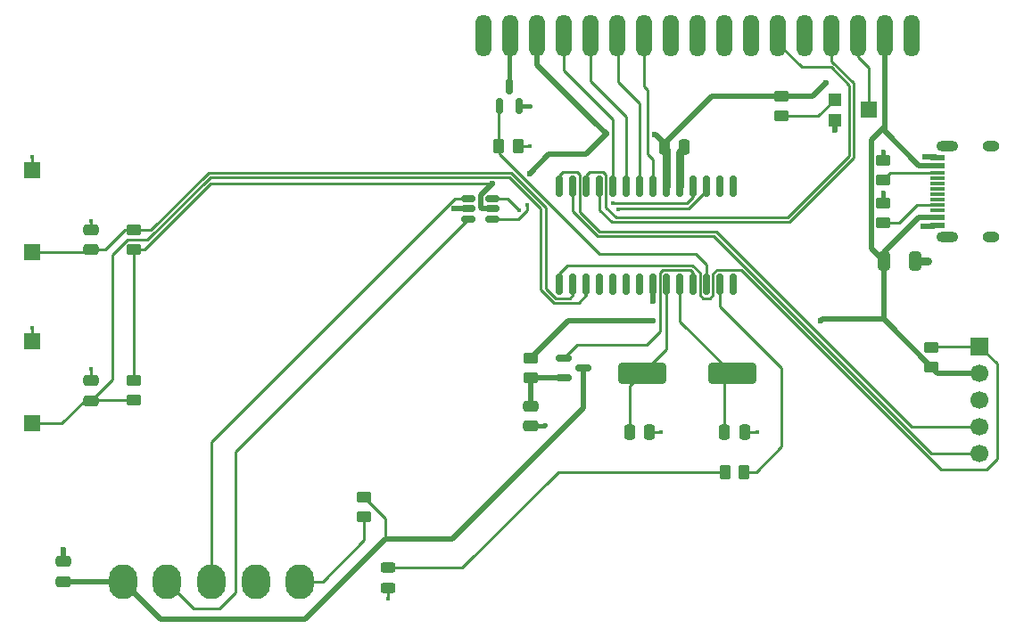
<source format=gtl>
G04 #@! TF.GenerationSoftware,KiCad,Pcbnew,9.0.2*
G04 #@! TF.CreationDate,2025-07-11T13:16:32+02:00*
G04 #@! TF.ProjectId,TeslaBMBCheck,5465736c-6142-44d4-9243-6865636b2e6b,1.0*
G04 #@! TF.SameCoordinates,Original*
G04 #@! TF.FileFunction,Copper,L1,Top*
G04 #@! TF.FilePolarity,Positive*
%FSLAX46Y46*%
G04 Gerber Fmt 4.6, Leading zero omitted, Abs format (unit mm)*
G04 Created by KiCad (PCBNEW 9.0.2) date 2025-07-11 13:16:32*
%MOMM*%
%LPD*%
G01*
G04 APERTURE LIST*
G04 Aperture macros list*
%AMRoundRect*
0 Rectangle with rounded corners*
0 $1 Rounding radius*
0 $2 $3 $4 $5 $6 $7 $8 $9 X,Y pos of 4 corners*
0 Add a 4 corners polygon primitive as box body*
4,1,4,$2,$3,$4,$5,$6,$7,$8,$9,$2,$3,0*
0 Add four circle primitives for the rounded corners*
1,1,$1+$1,$2,$3*
1,1,$1+$1,$4,$5*
1,1,$1+$1,$6,$7*
1,1,$1+$1,$8,$9*
0 Add four rect primitives between the rounded corners*
20,1,$1+$1,$2,$3,$4,$5,0*
20,1,$1+$1,$4,$5,$6,$7,0*
20,1,$1+$1,$6,$7,$8,$9,0*
20,1,$1+$1,$8,$9,$2,$3,0*%
G04 Aperture macros list end*
G04 #@! TA.AperFunction,SMDPad,CuDef*
%ADD10RoundRect,0.150000X0.150000X-0.587500X0.150000X0.587500X-0.150000X0.587500X-0.150000X-0.587500X0*%
G04 #@! TD*
G04 #@! TA.AperFunction,SMDPad,CuDef*
%ADD11RoundRect,0.250000X0.450000X-0.262500X0.450000X0.262500X-0.450000X0.262500X-0.450000X-0.262500X0*%
G04 #@! TD*
G04 #@! TA.AperFunction,SMDPad,CuDef*
%ADD12RoundRect,0.243750X0.456250X-0.243750X0.456250X0.243750X-0.456250X0.243750X-0.456250X-0.243750X0*%
G04 #@! TD*
G04 #@! TA.AperFunction,SMDPad,CuDef*
%ADD13RoundRect,0.250000X0.325000X0.650000X-0.325000X0.650000X-0.325000X-0.650000X0.325000X-0.650000X0*%
G04 #@! TD*
G04 #@! TA.AperFunction,SMDPad,CuDef*
%ADD14RoundRect,0.250000X-0.250000X-0.475000X0.250000X-0.475000X0.250000X0.475000X-0.250000X0.475000X0*%
G04 #@! TD*
G04 #@! TA.AperFunction,SMDPad,CuDef*
%ADD15RoundRect,0.250000X0.475000X-0.250000X0.475000X0.250000X-0.475000X0.250000X-0.475000X-0.250000X0*%
G04 #@! TD*
G04 #@! TA.AperFunction,SMDPad,CuDef*
%ADD16RoundRect,0.250000X-0.262500X-0.450000X0.262500X-0.450000X0.262500X0.450000X-0.262500X0.450000X0*%
G04 #@! TD*
G04 #@! TA.AperFunction,SMDPad,CuDef*
%ADD17RoundRect,0.150000X-0.587500X-0.150000X0.587500X-0.150000X0.587500X0.150000X-0.587500X0.150000X0*%
G04 #@! TD*
G04 #@! TA.AperFunction,SMDPad,CuDef*
%ADD18RoundRect,0.250000X-2.000000X-0.750000X2.000000X-0.750000X2.000000X0.750000X-2.000000X0.750000X0*%
G04 #@! TD*
G04 #@! TA.AperFunction,SMDPad,CuDef*
%ADD19RoundRect,0.250000X0.262500X0.450000X-0.262500X0.450000X-0.262500X-0.450000X0.262500X-0.450000X0*%
G04 #@! TD*
G04 #@! TA.AperFunction,SMDPad,CuDef*
%ADD20RoundRect,0.250000X-0.450000X0.262500X-0.450000X-0.262500X0.450000X-0.262500X0.450000X0.262500X0*%
G04 #@! TD*
G04 #@! TA.AperFunction,SMDPad,CuDef*
%ADD21R,1.500000X1.500000*%
G04 #@! TD*
G04 #@! TA.AperFunction,SMDPad,CuDef*
%ADD22RoundRect,0.150000X-0.512500X-0.150000X0.512500X-0.150000X0.512500X0.150000X-0.512500X0.150000X0*%
G04 #@! TD*
G04 #@! TA.AperFunction,ComponentPad*
%ADD23O,2.700000X3.300000*%
G04 #@! TD*
G04 #@! TA.AperFunction,SMDPad,CuDef*
%ADD24R,1.200000X1.200000*%
G04 #@! TD*
G04 #@! TA.AperFunction,SMDPad,CuDef*
%ADD25R,1.500000X1.600000*%
G04 #@! TD*
G04 #@! TA.AperFunction,SMDPad,CuDef*
%ADD26RoundRect,0.250000X-0.475000X0.250000X-0.475000X-0.250000X0.475000X-0.250000X0.475000X0.250000X0*%
G04 #@! TD*
G04 #@! TA.AperFunction,ComponentPad*
%ADD27R,1.700000X1.700000*%
G04 #@! TD*
G04 #@! TA.AperFunction,ComponentPad*
%ADD28C,1.700000*%
G04 #@! TD*
G04 #@! TA.AperFunction,SMDPad,CuDef*
%ADD29RoundRect,0.150000X0.150000X-0.875000X0.150000X0.875000X-0.150000X0.875000X-0.150000X-0.875000X0*%
G04 #@! TD*
G04 #@! TA.AperFunction,SMDPad,CuDef*
%ADD30R,1.450000X0.600000*%
G04 #@! TD*
G04 #@! TA.AperFunction,SMDPad,CuDef*
%ADD31R,1.450000X0.300000*%
G04 #@! TD*
G04 #@! TA.AperFunction,ComponentPad*
%ADD32O,2.100000X1.000000*%
G04 #@! TD*
G04 #@! TA.AperFunction,ComponentPad*
%ADD33O,1.600000X1.000000*%
G04 #@! TD*
G04 #@! TA.AperFunction,SMDPad,CuDef*
%ADD34O,1.501140X4.000500*%
G04 #@! TD*
G04 #@! TA.AperFunction,ComponentPad*
%ADD35O,1.501140X4.000500*%
G04 #@! TD*
G04 #@! TA.AperFunction,ViaPad*
%ADD36C,0.450000*%
G04 #@! TD*
G04 #@! TA.AperFunction,ViaPad*
%ADD37C,0.600000*%
G04 #@! TD*
G04 #@! TA.AperFunction,Conductor*
%ADD38C,0.500000*%
G04 #@! TD*
G04 #@! TA.AperFunction,Conductor*
%ADD39C,0.400000*%
G04 #@! TD*
G04 #@! TA.AperFunction,Conductor*
%ADD40C,0.250000*%
G04 #@! TD*
G04 #@! TA.AperFunction,Conductor*
%ADD41C,0.800000*%
G04 #@! TD*
G04 APERTURE END LIST*
D10*
X125100000Y-56896000D03*
X127000000Y-56896000D03*
X126050000Y-55021000D03*
D11*
X166116000Y-81684500D03*
X166116000Y-79859500D03*
D12*
X114503200Y-102662200D03*
X114503200Y-100787200D03*
D13*
X164543000Y-71628000D03*
X161593000Y-71628000D03*
D11*
X161544000Y-67968500D03*
X161544000Y-66143500D03*
D14*
X140782000Y-60833000D03*
X142682000Y-60833000D03*
D11*
X151892000Y-57808500D03*
X151892000Y-55983500D03*
D15*
X86360000Y-70526000D03*
X86360000Y-68626000D03*
D11*
X128094500Y-82700500D03*
X128094500Y-80875500D03*
D14*
X146490000Y-87884000D03*
X148390000Y-87884000D03*
D16*
X125071500Y-60706000D03*
X126896500Y-60706000D03*
D17*
X131221000Y-80838000D03*
X131221000Y-82738000D03*
X133096000Y-81788000D03*
D18*
X138684000Y-82296000D03*
X147184000Y-82296000D03*
D19*
X148359500Y-91694000D03*
X146534500Y-91694000D03*
D15*
X86360000Y-84897000D03*
X86360000Y-82997000D03*
D20*
X112268000Y-94083500D03*
X112268000Y-95908500D03*
D11*
X161544000Y-63904500D03*
X161544000Y-62079500D03*
X90424000Y-84836000D03*
X90424000Y-83011000D03*
D21*
X80772000Y-87048000D03*
X80772000Y-79248000D03*
D22*
X122179500Y-65725000D03*
X122179500Y-66675000D03*
X122179500Y-67625000D03*
X124454500Y-67625000D03*
X124454500Y-66675000D03*
X124454500Y-65725000D03*
D23*
X89372000Y-102108000D03*
X93572000Y-102108000D03*
X97772000Y-102108000D03*
X101972000Y-102108000D03*
X106172000Y-102108000D03*
D24*
X156918000Y-56270000D03*
D25*
X160168000Y-57270000D03*
D24*
X156918000Y-58270000D03*
D14*
X137478000Y-87884000D03*
X139378000Y-87884000D03*
D20*
X90424000Y-68683500D03*
X90424000Y-70508500D03*
D21*
X80772000Y-70792000D03*
X80772000Y-62992000D03*
D26*
X128094500Y-85410000D03*
X128094500Y-87310000D03*
D15*
X83693000Y-102103000D03*
X83693000Y-100203000D03*
D27*
X170688000Y-79756000D03*
D28*
X170688000Y-82296000D03*
X170688000Y-84836000D03*
X170688000Y-87376000D03*
X170688000Y-89916000D03*
D29*
X130810000Y-73816000D03*
X132080000Y-73816000D03*
X133350000Y-73816000D03*
X134620000Y-73816000D03*
X135890000Y-73816000D03*
X137160000Y-73816000D03*
X138430000Y-73816000D03*
X139700000Y-73816000D03*
X140970000Y-73816000D03*
X142240000Y-73816000D03*
X143510000Y-73816000D03*
X144780000Y-73816000D03*
X146050000Y-73816000D03*
X147320000Y-73816000D03*
X147320000Y-64516000D03*
X146050000Y-64516000D03*
X144780000Y-64516000D03*
X143510000Y-64516000D03*
X142240000Y-64516000D03*
X140970000Y-64516000D03*
X139700000Y-64516000D03*
X138430000Y-64516000D03*
X137160000Y-64516000D03*
X135890000Y-64516000D03*
X134620000Y-64516000D03*
X133350000Y-64516000D03*
X132080000Y-64516000D03*
X130810000Y-64516000D03*
D30*
X166697000Y-68249000D03*
X166697000Y-67474000D03*
D31*
X166697000Y-66774000D03*
X166697000Y-66274000D03*
X166697000Y-65774000D03*
X166697000Y-65274000D03*
X166697000Y-64774000D03*
X166697000Y-64274000D03*
X166697000Y-63774000D03*
X166697000Y-63274000D03*
D30*
X166697000Y-62574000D03*
X166697000Y-61799000D03*
D32*
X167612000Y-69344000D03*
X167612000Y-69344000D03*
D33*
X171792000Y-69344000D03*
X171792000Y-69344000D03*
D32*
X167612000Y-60704000D03*
X167612000Y-60704000D03*
D33*
X171792000Y-60704000D03*
X171792000Y-60704000D03*
D34*
X123633800Y-50205860D03*
D35*
X164273800Y-50205860D03*
X161733800Y-50205860D03*
X159193800Y-50205860D03*
X156653800Y-50205860D03*
X154113800Y-50205860D03*
X151573800Y-50205860D03*
X149033800Y-50205860D03*
X146493800Y-50205860D03*
X143953800Y-50205860D03*
X141413800Y-50205860D03*
X138873800Y-50205860D03*
X136333800Y-50205860D03*
X133793800Y-50205860D03*
X131253800Y-50205860D03*
X128713800Y-50205860D03*
X126173800Y-50205860D03*
D36*
X161544000Y-61214000D03*
X114554000Y-103759000D03*
X86360000Y-81915000D03*
D37*
X120777000Y-66675000D03*
X83693000Y-99060000D03*
D36*
X80772000Y-61722000D03*
D37*
X165735000Y-71628000D03*
D36*
X129413000Y-87249000D03*
X128016000Y-60706000D03*
D37*
X142240000Y-62484000D03*
X165481000Y-61722000D03*
D36*
X149606000Y-87884000D03*
X161544000Y-65151000D03*
X128016000Y-56896000D03*
D37*
X156972000Y-59182000D03*
D36*
X140462000Y-87884000D03*
D37*
X165354000Y-68326000D03*
D36*
X86360000Y-67818000D03*
X80772000Y-77978000D03*
D37*
X139700000Y-75438000D03*
X155575000Y-77343000D03*
X161671000Y-54737000D03*
X135255000Y-59563000D03*
X139719000Y-77343000D03*
X124430450Y-64232450D03*
X127965200Y-63296800D03*
X139827000Y-59596000D03*
X156083000Y-54737000D03*
D36*
X135890000Y-66167000D03*
X127762000Y-66277000D03*
X136349621Y-66717000D03*
X127000000Y-66802000D03*
D38*
X156918000Y-58270000D02*
X156918000Y-59128000D01*
D39*
X161544000Y-62079500D02*
X161544000Y-61214000D01*
D38*
X156918000Y-59128000D02*
X156972000Y-59182000D01*
X165481000Y-61722000D02*
X166497000Y-61722000D01*
D40*
X80772000Y-62992000D02*
X80772000Y-61722000D01*
D38*
X166574000Y-61799000D02*
X166697000Y-61799000D01*
D40*
X114503200Y-103708200D02*
X114554000Y-103759000D01*
D38*
X122179500Y-66675000D02*
X120777000Y-66675000D01*
X166370000Y-68326000D02*
X166447000Y-68249000D01*
X165354000Y-68326000D02*
X166370000Y-68326000D01*
D39*
X161544000Y-66143500D02*
X161544000Y-65151000D01*
D40*
X114503200Y-102662200D02*
X114503200Y-103708200D01*
X148390000Y-87884000D02*
X149606000Y-87884000D01*
D39*
X127000000Y-56896000D02*
X128016000Y-56896000D01*
X128094500Y-87310000D02*
X129352000Y-87310000D01*
D38*
X166447000Y-68249000D02*
X166697000Y-68249000D01*
D40*
X80772000Y-79248000D02*
X80772000Y-77978000D01*
X86360000Y-82997000D02*
X86360000Y-81915000D01*
X139378000Y-87884000D02*
X140462000Y-87884000D01*
D38*
X83693000Y-100203000D02*
X83693000Y-99060000D01*
D40*
X86360000Y-68900000D02*
X86360000Y-67818000D01*
D38*
X166497000Y-61722000D02*
X166574000Y-61799000D01*
D41*
X142240000Y-61275000D02*
X142682000Y-60833000D01*
D40*
X128016000Y-60706000D02*
X126896500Y-60706000D01*
D41*
X164543000Y-71628000D02*
X165735000Y-71628000D01*
X142240000Y-62484000D02*
X142240000Y-61275000D01*
X142240000Y-64516000D02*
X142240000Y-62484000D01*
D39*
X129352000Y-87310000D02*
X129413000Y-87249000D01*
D38*
X139700000Y-75438000D02*
X139700000Y-73816000D01*
X161671000Y-58832654D02*
X161671000Y-54737000D01*
X124430450Y-64232450D02*
X123341000Y-65321900D01*
X131627000Y-77343000D02*
X139719000Y-77343000D01*
D41*
X140970000Y-61021000D02*
X140782000Y-60833000D01*
D38*
X160418000Y-60085654D02*
X160418000Y-70453000D01*
X155756500Y-77161500D02*
X155575000Y-77343000D01*
X164936000Y-67474000D02*
X161593000Y-70817000D01*
X170688000Y-82296000D02*
X166727500Y-82296000D01*
D40*
X128043700Y-80824700D02*
X128094500Y-80875500D01*
D38*
X139827000Y-59596000D02*
X139926000Y-59596000D01*
D40*
X90424000Y-83011000D02*
X90424000Y-70508500D01*
D38*
X123341000Y-66526100D02*
X123489900Y-66675000D01*
X134112000Y-58420000D02*
X135255000Y-59563000D01*
D40*
X97660004Y-64232450D02*
X124430450Y-64232450D01*
D38*
X166697000Y-67474000D02*
X164936000Y-67474000D01*
X145250500Y-55983500D02*
X140782000Y-60452000D01*
D39*
X161593000Y-71325000D02*
X161593000Y-71628000D01*
D38*
X151892000Y-55983500D02*
X154836500Y-55983500D01*
X129794000Y-61468000D02*
X127965200Y-63296800D01*
D40*
X90424000Y-70508500D02*
X91383955Y-70508500D01*
D38*
X128094500Y-80875500D02*
X131627000Y-77343000D01*
X123341000Y-65321900D02*
X123341000Y-66526100D01*
X151892000Y-55983500D02*
X145250500Y-55983500D01*
D40*
X91383955Y-70508500D02*
X97660004Y-64232450D01*
D38*
X161593000Y-77161500D02*
X155756500Y-77161500D01*
D41*
X140970000Y-64516000D02*
X140970000Y-61021000D01*
D38*
X140782000Y-60452000D02*
X140782000Y-60833000D01*
X166697000Y-62574000D02*
X164936000Y-62574000D01*
X135255000Y-59563000D02*
X133350000Y-61468000D01*
X166116000Y-81684500D02*
X161593000Y-77161500D01*
X161593000Y-77161500D02*
X161593000Y-71628000D01*
X128713800Y-50205860D02*
X128713800Y-53021800D01*
X161593000Y-70817000D02*
X161593000Y-71628000D01*
D39*
X161593000Y-71328702D02*
X161593000Y-71628000D01*
D38*
X161671000Y-58832654D02*
X160418000Y-60085654D01*
X133350000Y-61468000D02*
X129794000Y-61468000D01*
X164936000Y-62574000D02*
X161671000Y-59309000D01*
X161671000Y-54737000D02*
X161671000Y-50268660D01*
X161671000Y-59309000D02*
X161671000Y-58832654D01*
X139926000Y-59596000D02*
X140782000Y-60452000D01*
X123489900Y-66675000D02*
X124454500Y-66675000D01*
X166727500Y-82296000D02*
X166116000Y-81684500D01*
X160418000Y-70453000D02*
X161593000Y-71628000D01*
X128713800Y-53021800D02*
X134112000Y-58420000D01*
X154836500Y-55983500D02*
X156083000Y-54737000D01*
X161671000Y-50268660D02*
X161733800Y-50205860D01*
D40*
X80772000Y-70792000D02*
X83508000Y-70792000D01*
X132080000Y-74840999D02*
X131778999Y-75142000D01*
X131778999Y-75142000D02*
X130469032Y-75142000D01*
X129540000Y-66548000D02*
X126197450Y-63205450D01*
X97482096Y-63205450D02*
X92004046Y-68683500D01*
X92004046Y-68683500D02*
X90424000Y-68683500D01*
X86377500Y-70508500D02*
X86360000Y-70526000D01*
X83508000Y-70792000D02*
X83516000Y-70800000D01*
X86360000Y-70526000D02*
X87716000Y-70526000D01*
X87716000Y-70526000D02*
X89558500Y-68683500D01*
X130469032Y-75142000D02*
X129540000Y-74212968D01*
X129540000Y-74212968D02*
X129540000Y-66548000D01*
X132080000Y-73816000D02*
X132080000Y-74840999D01*
X126197450Y-63205450D02*
X97482096Y-63205450D01*
X83516000Y-70800000D02*
X86360000Y-70800000D01*
X89558500Y-68683500D02*
X90424000Y-68683500D01*
X88392000Y-71041840D02*
X88392000Y-82865000D01*
X133350000Y-74840999D02*
X132622999Y-75568000D01*
X90424000Y-84836000D02*
X86421000Y-84836000D01*
X129048273Y-66658727D02*
X126020996Y-63631450D01*
X97658550Y-63631450D02*
X91694000Y-69596000D01*
X88392000Y-82865000D02*
X86360000Y-84897000D01*
X86873000Y-84897000D02*
X86360000Y-84897000D01*
X133350000Y-73816000D02*
X133350000Y-74840999D01*
X130292577Y-75568000D02*
X129048273Y-74323695D01*
X86934000Y-84836000D02*
X86873000Y-84897000D01*
X86421000Y-84836000D02*
X86360000Y-84897000D01*
X126020996Y-63631450D02*
X97658550Y-63631450D01*
X89837840Y-69596000D02*
X88392000Y-71041840D01*
X132622999Y-75568000D02*
X130292577Y-75568000D01*
X129048273Y-74323695D02*
X129048273Y-66658727D01*
X80772000Y-87048000D02*
X83574000Y-87048000D01*
X91694000Y-69596000D02*
X89837840Y-69596000D01*
X85725000Y-84897000D02*
X86360000Y-84897000D01*
X83574000Y-87048000D02*
X85725000Y-84897000D01*
D38*
X128132000Y-82738000D02*
X128094500Y-82700500D01*
X128094500Y-85410000D02*
X128094500Y-82700500D01*
X131221000Y-82738000D02*
X128132000Y-82738000D01*
D40*
X142240000Y-77352000D02*
X142240000Y-73816000D01*
X146490000Y-82990000D02*
X147184000Y-82296000D01*
X147184000Y-82296000D02*
X142240000Y-77352000D01*
X146490000Y-87884000D02*
X146490000Y-82990000D01*
X137478000Y-87884000D02*
X137478000Y-83502000D01*
X137478000Y-83502000D02*
X138684000Y-82296000D01*
X140970000Y-80010000D02*
X140970000Y-73816000D01*
X138684000Y-82296000D02*
X140970000Y-80010000D01*
X139700000Y-64516000D02*
X139700000Y-61976000D01*
X139192000Y-55372000D02*
X138873800Y-55053800D01*
X138873800Y-55053800D02*
X138873800Y-50205860D01*
X139700000Y-61976000D02*
X139192000Y-61468000D01*
X139192000Y-61468000D02*
X139192000Y-55372000D01*
X137160000Y-64516000D02*
X137160000Y-57912000D01*
X137160000Y-57912000D02*
X133793800Y-54545800D01*
X133793800Y-54545800D02*
X133793800Y-50205860D01*
X135890000Y-58166000D02*
X135890000Y-64516000D01*
X131253800Y-50205860D02*
X131253800Y-53529800D01*
X131253800Y-53529800D02*
X135890000Y-58166000D01*
X159193800Y-52275800D02*
X160168000Y-53250000D01*
X159193800Y-52275800D02*
X159193800Y-50205860D01*
X160168000Y-53250000D02*
X160168000Y-57270000D01*
X134960968Y-63190000D02*
X133651001Y-63190000D01*
X133651001Y-63190000D02*
X133350000Y-63491001D01*
X151573800Y-50954970D02*
X153831830Y-53213000D01*
X136226000Y-67519000D02*
X135221000Y-66514000D01*
X135221000Y-66514000D02*
X135221000Y-63450032D01*
X158324000Y-54913454D02*
X158324000Y-61672546D01*
X152477546Y-67519000D02*
X136226000Y-67519000D01*
X135221000Y-63450032D02*
X134960968Y-63190000D01*
X151573800Y-50205860D02*
X151573800Y-50954970D01*
X133350000Y-63491001D02*
X133350000Y-64516000D01*
X156623546Y-53213000D02*
X158324000Y-54913454D01*
X153831830Y-53213000D02*
X156623546Y-53213000D01*
X158324000Y-61672546D02*
X152477546Y-67519000D01*
X158750000Y-61849000D02*
X158750000Y-54737000D01*
X158750000Y-54737000D02*
X156653800Y-52640800D01*
X135763000Y-67945000D02*
X152654000Y-67945000D01*
X134620000Y-64516000D02*
X134620000Y-66802000D01*
X152654000Y-67945000D02*
X158750000Y-61849000D01*
X156653800Y-52640800D02*
X156653800Y-50205860D01*
X134620000Y-66802000D02*
X135763000Y-67945000D01*
D39*
X126050000Y-50329660D02*
X126173800Y-50205860D01*
X126050000Y-55021000D02*
X126050000Y-50329660D01*
D40*
X138430000Y-56642000D02*
X136398000Y-54610000D01*
X138430000Y-64516000D02*
X138430000Y-56642000D01*
X136398000Y-50270060D02*
X136333800Y-50205860D01*
X136398000Y-54610000D02*
X136398000Y-50270060D01*
X100076000Y-103124000D02*
X98552000Y-104648000D01*
X98552000Y-104648000D02*
X96112000Y-104648000D01*
X96112000Y-104648000D02*
X93572000Y-102108000D01*
X100076000Y-89728500D02*
X100076000Y-103124000D01*
X122179500Y-67625000D02*
X100076000Y-89728500D01*
X97772000Y-102108000D02*
X97772000Y-88830057D01*
X120877057Y-65725000D02*
X122179500Y-65725000D01*
X97772000Y-88830057D02*
X120877057Y-65725000D01*
X108331000Y-102108000D02*
X112268000Y-98171000D01*
X112268000Y-98171000D02*
X112268000Y-95908500D01*
X106172000Y-102108000D02*
X108331000Y-102108000D01*
D38*
X114300000Y-98044000D02*
X120650000Y-98044000D01*
D40*
X114300000Y-96115500D02*
X114300000Y-98044000D01*
D38*
X120650000Y-98044000D02*
X133096000Y-85598000D01*
X89372000Y-102108000D02*
X83698000Y-102108000D01*
X133096000Y-85598000D02*
X133096000Y-81788000D01*
X92928000Y-105664000D02*
X106680000Y-105664000D01*
X106680000Y-105664000D02*
X114300000Y-98044000D01*
X83698000Y-102108000D02*
X83693000Y-102103000D01*
D40*
X112268000Y-94083500D02*
X114300000Y-96115500D01*
D38*
X89372000Y-102108000D02*
X92928000Y-105664000D01*
D40*
X132449322Y-63165000D02*
X132724000Y-63439678D01*
X131136001Y-63165000D02*
X132449322Y-63165000D01*
X164213810Y-87376000D02*
X170688000Y-87376000D01*
X130810000Y-64516000D02*
X130810000Y-63491001D01*
X134609810Y-68821000D02*
X145658810Y-68821000D01*
X132724000Y-66935190D02*
X134609810Y-68821000D01*
X130810000Y-63491001D02*
X131136001Y-63165000D01*
X145658810Y-68821000D02*
X164213810Y-87376000D01*
X132724000Y-63439678D02*
X132724000Y-66935190D01*
X171323000Y-91440000D02*
X172339000Y-90424000D01*
X167005000Y-91440000D02*
X171323000Y-91440000D01*
X145381000Y-72818032D02*
X145669000Y-72530032D01*
X172339000Y-81407000D02*
X170688000Y-79756000D01*
X144179000Y-74867322D02*
X144179000Y-74881968D01*
X145669000Y-72517000D02*
X145675516Y-72523516D01*
X145381000Y-74881968D02*
X145381000Y-72818032D01*
X144154000Y-72757678D02*
X144154000Y-74892322D01*
X145675516Y-72523516D02*
X145709032Y-72490000D01*
X165932000Y-90367000D02*
X167005000Y-91440000D01*
X130810000Y-72791001D02*
X131587001Y-72014000D01*
X131587001Y-72014000D02*
X143410322Y-72014000D01*
X145709032Y-72490000D02*
X148052190Y-72490000D01*
X170688000Y-79756000D02*
X166219500Y-79756000D01*
X143410322Y-72014000D02*
X144154000Y-72757678D01*
X145669000Y-72530032D02*
X145669000Y-72517000D01*
X148052190Y-72490000D02*
X165929190Y-90367000D01*
X144439032Y-75142000D02*
X145120968Y-75142000D01*
X172339000Y-90424000D02*
X172339000Y-81407000D01*
X145120968Y-75142000D02*
X145381000Y-74881968D01*
X144179000Y-74881968D02*
X144439032Y-75142000D01*
X130810000Y-73816000D02*
X130810000Y-72791001D01*
X166219500Y-79756000D02*
X166116000Y-79859500D01*
X165929190Y-90367000D02*
X165932000Y-90367000D01*
X144154000Y-74892322D02*
X144179000Y-74867322D01*
X132080000Y-66929000D02*
X134423000Y-69272000D01*
X145472000Y-69272000D02*
X166116000Y-89916000D01*
X166116000Y-89916000D02*
X170688000Y-89916000D01*
X132080000Y-64516000D02*
X132080000Y-66929000D01*
X134423000Y-69272000D02*
X145472000Y-69272000D01*
X143204000Y-72465000D02*
X140618678Y-72465000D01*
X135026400Y-79603600D02*
X132455400Y-79603600D01*
X140344000Y-72739678D02*
X140344000Y-78350000D01*
X140344000Y-78350000D02*
X139090400Y-79603600D01*
X143510000Y-73816000D02*
X143510000Y-72771000D01*
X140618678Y-72465000D02*
X140344000Y-72739678D01*
X139090400Y-79603600D02*
X135026400Y-79603600D01*
X132455400Y-79603600D02*
X131221000Y-80838000D01*
X143510000Y-72771000D02*
X143204000Y-72465000D01*
X144780000Y-73816000D02*
X144780000Y-72009000D01*
X125095000Y-60729500D02*
X125071500Y-60706000D01*
X125095000Y-61468000D02*
X125095000Y-60729500D01*
X144780000Y-72009000D02*
X143764000Y-70993000D01*
X143764000Y-70993000D02*
X134620000Y-70993000D01*
X125071500Y-56924500D02*
X125100000Y-56896000D01*
X125071500Y-60706000D02*
X125071500Y-56924500D01*
X134620000Y-70993000D02*
X125095000Y-61468000D01*
X162174500Y-63274000D02*
X166697000Y-63274000D01*
X161544000Y-63904500D02*
X162174500Y-63274000D01*
X163044500Y-67968500D02*
X161544000Y-67968500D01*
X164739000Y-66274000D02*
X163044500Y-67968500D01*
X166697000Y-66274000D02*
X164739000Y-66274000D01*
X155379500Y-57808500D02*
X156918000Y-56270000D01*
X151892000Y-57808500D02*
X155379500Y-57808500D01*
X143510000Y-65540999D02*
X142883999Y-66167000D01*
X127762000Y-66783877D02*
X126920877Y-67625000D01*
X142883999Y-66167000D02*
X135890000Y-66167000D01*
X143510000Y-64516000D02*
X143510000Y-65540999D01*
X126920877Y-67625000D02*
X124454500Y-67625000D01*
X127762000Y-66277000D02*
X127762000Y-66783877D01*
X144780000Y-64948322D02*
X143053322Y-66675000D01*
X125923000Y-65725000D02*
X124454500Y-65725000D01*
X143053322Y-66675000D02*
X137795000Y-66675000D01*
X136391621Y-66675000D02*
X136349621Y-66717000D01*
X127000000Y-66802000D02*
X125923000Y-65725000D01*
X137795000Y-66675000D02*
X136391621Y-66675000D01*
X144780000Y-64516000D02*
X144780000Y-64948322D01*
X130683000Y-91694000D02*
X121589800Y-100787200D01*
X121589800Y-100787200D02*
X114503200Y-100787200D01*
X146534500Y-91694000D02*
X130683000Y-91694000D01*
X151892000Y-89281000D02*
X151892000Y-81788000D01*
X148359500Y-91694000D02*
X149479000Y-91694000D01*
X149479000Y-91694000D02*
X151892000Y-89281000D01*
X146050000Y-75946000D02*
X146050000Y-73816000D01*
X151892000Y-81788000D02*
X146050000Y-75946000D01*
M02*

</source>
